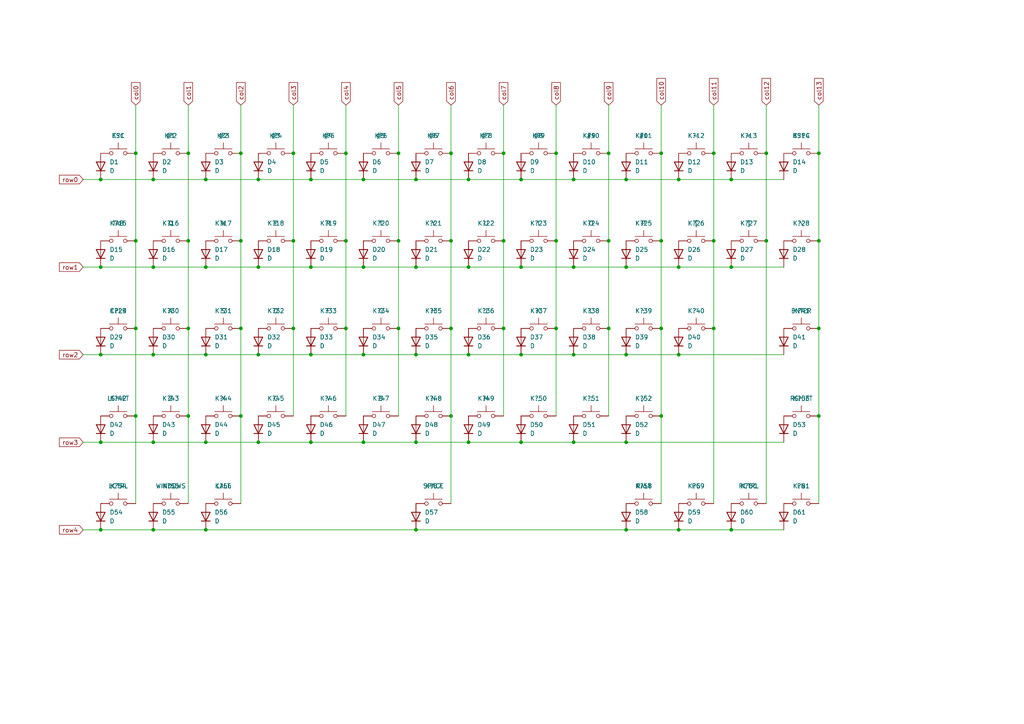
<source format=kicad_sch>
(kicad_sch (version 20231120) (generator "eeschema") (generator_version "8.0")
  (paper "A4")
  (lib_symbols
    (symbol "Device:D" (pin_numbers hide) (pin_names (offset 1.016) hide)
      (property "Reference" "D" (at 0 2.54 0))
      (property "Value" "D" (at 0 -2.54 0))
      (symbol "D_1_1"
        (pin passive line (at -3.81 0 0) (length 2.54) (name "K") (number "1"))
        (pin passive line (at 3.81 0 180) (length 2.54) (name "A") (number "2"))
      )
    )
    (symbol "Switch:SW_Push" (pin_numbers hide) (pin_names (offset 1.016) hide)
      (property "Reference" "SW" (at 1.27 2.54 0))
      (property "Value" "SW_Push" (at 0 -1.524 0))
      (symbol "SW_Push_0_1"
        (pin passive line (at -5.08 0 0) (length 2.54) (name "1") (number "1"))
        (pin passive line (at 5.08 0 180) (length 2.54) (name "2") (number "2"))
      )
    )
  )
  (junction (at 69.85 44.45))
  (junction (at 39.37 44.45))
  (junction (at 85.09 69.85))
  (junction (at 237.49 95.25))
  (junction (at 166.37 77.47))
  (junction (at 191.77 44.45))
  (junction (at 69.85 95.25))
  (junction (at 130.81 95.25))
  (junction (at 191.77 120.65))
  (junction (at 135.89 52.07))
  (junction (at 212.09 153.67))
  (junction (at 130.81 69.85))
  (junction (at 69.85 120.65))
  (junction (at 85.09 95.25))
  (junction (at 59.69 102.87))
  (junction (at 54.61 95.25))
  (junction (at 151.13 102.87))
  (junction (at 222.25 69.85))
  (junction (at 44.45 102.87))
  (junction (at 161.29 95.25))
  (junction (at 105.41 52.07))
  (junction (at 135.89 102.87))
  (junction (at 181.61 128.27))
  (junction (at 74.93 102.87))
  (junction (at 161.29 44.45))
  (junction (at 166.37 52.07))
  (junction (at 100.33 95.25))
  (junction (at 74.93 128.27))
  (junction (at 44.45 52.07))
  (junction (at 196.85 153.67))
  (junction (at 90.17 77.47))
  (junction (at 29.21 153.67))
  (junction (at 146.05 69.85))
  (junction (at 120.65 128.27))
  (junction (at 207.01 95.25))
  (junction (at 29.21 52.07))
  (junction (at 115.57 95.25))
  (junction (at 222.25 44.45))
  (junction (at 135.89 128.27))
  (junction (at 151.13 128.27))
  (junction (at 29.21 77.47))
  (junction (at 44.45 77.47))
  (junction (at 54.61 44.45))
  (junction (at 181.61 77.47))
  (junction (at 237.49 120.65))
  (junction (at 59.69 128.27))
  (junction (at 90.17 128.27))
  (junction (at 74.93 77.47))
  (junction (at 135.89 77.47))
  (junction (at 181.61 153.67))
  (junction (at 74.93 52.07))
  (junction (at 105.41 128.27))
  (junction (at 196.85 52.07))
  (junction (at 100.33 44.45))
  (junction (at 161.29 69.85))
  (junction (at 115.57 44.45))
  (junction (at 54.61 69.85))
  (junction (at 39.37 69.85))
  (junction (at 120.65 77.47))
  (junction (at 146.05 44.45))
  (junction (at 191.77 95.25))
  (junction (at 54.61 120.65))
  (junction (at 196.85 77.47))
  (junction (at 59.69 77.47))
  (junction (at 176.53 44.45))
  (junction (at 151.13 77.47))
  (junction (at 59.69 52.07))
  (junction (at 59.69 153.67))
  (junction (at 85.09 44.45))
  (junction (at 29.21 128.27))
  (junction (at 151.13 52.07))
  (junction (at 39.37 120.65))
  (junction (at 207.01 44.45))
  (junction (at 100.33 69.85))
  (junction (at 191.77 69.85))
  (junction (at 166.37 128.27))
  (junction (at 105.41 102.87))
  (junction (at 120.65 52.07))
  (junction (at 146.05 95.25))
  (junction (at 237.49 44.45))
  (junction (at 69.85 69.85))
  (junction (at 181.61 52.07))
  (junction (at 120.65 102.87))
  (junction (at 44.45 128.27))
  (junction (at 39.37 95.25))
  (junction (at 29.21 102.87))
  (junction (at 130.81 44.45))
  (junction (at 196.85 102.87))
  (junction (at 237.49 69.85))
  (junction (at 176.53 69.85))
  (junction (at 105.41 77.47))
  (junction (at 130.81 120.65))
  (junction (at 44.45 153.67))
  (junction (at 166.37 102.87))
  (junction (at 181.61 102.87))
  (junction (at 90.17 52.07))
  (junction (at 212.09 77.47))
  (junction (at 212.09 52.07))
  (junction (at 176.53 95.25))
  (junction (at 115.57 69.85))
  (junction (at 207.01 69.85))
  (junction (at 120.65 153.67))
  (junction (at 90.17 102.87))
  (wire (pts (xy 181.61 153.67) (xy 196.85 153.67)))
  (wire (pts (xy 237.49 69.85) (xy 237.49 95.25)))
  (wire (pts (xy 237.49 120.65) (xy 237.49 146.05)))
  (wire (pts (xy 237.49 30.48) (xy 237.49 44.45)))
  (wire (pts (xy 212.09 153.67) (xy 227.33 153.67)))
  (wire (pts (xy 69.85 95.25) (xy 69.85 120.65)))
  (wire (pts (xy 100.33 30.48) (xy 100.33 44.45)))
  (wire (pts (xy 191.77 120.65) (xy 191.77 146.05)))
  (wire (pts (xy 176.53 69.85) (xy 176.53 95.25)))
  (wire (pts (xy 222.25 30.48) (xy 222.25 44.45)))
  (wire (pts (xy 130.81 30.48) (xy 130.81 44.45)))
  (wire (pts (xy 39.37 44.45) (xy 39.37 69.85)))
  (wire (pts (xy 44.45 128.27) (xy 59.69 128.27)))
  (wire (pts (xy 100.33 95.25) (xy 100.33 120.65)))
  (wire (pts (xy 90.17 102.87) (xy 105.41 102.87)))
  (wire (pts (xy 74.93 77.47) (xy 90.17 77.47)))
  (wire (pts (xy 130.81 44.45) (xy 130.81 69.85)))
  (wire (pts (xy 29.21 102.87) (xy 44.45 102.87)))
  (wire (pts (xy 85.09 95.25) (xy 85.09 120.65)))
  (wire (pts (xy 207.01 95.25) (xy 207.01 146.05)))
  (wire (pts (xy 130.81 120.65) (xy 130.81 146.05)))
  (wire (pts (xy 29.21 77.47) (xy 44.45 77.47)))
  (wire (pts (xy 39.37 30.48) (xy 39.37 44.45)))
  (wire (pts (xy 130.81 69.85) (xy 130.81 95.25)))
  (wire (pts (xy 74.93 102.87) (xy 90.17 102.87)))
  (wire (pts (xy 191.77 44.45) (xy 191.77 69.85)))
  (wire (pts (xy 69.85 30.48) (xy 69.85 44.45)))
  (wire (pts (xy 135.89 128.27) (xy 151.13 128.27)))
  (wire (pts (xy 161.29 30.48) (xy 161.29 44.45)))
  (wire (pts (xy 44.45 102.87) (xy 59.69 102.87)))
  (wire (pts (xy 85.09 44.45) (xy 85.09 69.85)))
  (wire (pts (xy 176.53 44.45) (xy 176.53 69.85)))
  (wire (pts (xy 90.17 52.07) (xy 105.41 52.07)))
  (wire (pts (xy 207.01 44.45) (xy 207.01 69.85)))
  (wire (pts (xy 59.69 52.07) (xy 74.93 52.07)))
  (wire (pts (xy 146.05 95.25) (xy 146.05 120.65)))
  (wire (pts (xy 120.65 153.67) (xy 181.61 153.67)))
  (wire (pts (xy 146.05 69.85) (xy 146.05 95.25)))
  (wire (pts (xy 166.37 128.27) (xy 181.61 128.27)))
  (wire (pts (xy 181.61 128.27) (xy 227.33 128.27)))
  (wire (pts (xy 105.41 77.47) (xy 120.65 77.47)))
  (wire (pts (xy 24.13 77.47) (xy 29.21 77.47)))
  (wire (pts (xy 146.05 44.45) (xy 146.05 69.85)))
  (wire (pts (xy 100.33 69.85) (xy 100.33 95.25)))
  (wire (pts (xy 181.61 52.07) (xy 196.85 52.07)))
  (wire (pts (xy 105.41 52.07) (xy 120.65 52.07)))
  (wire (pts (xy 59.69 153.67) (xy 120.65 153.67)))
  (wire (pts (xy 44.45 153.67) (xy 59.69 153.67)))
  (wire (pts (xy 120.65 102.87) (xy 135.89 102.87)))
  (wire (pts (xy 24.13 102.87) (xy 29.21 102.87)))
  (wire (pts (xy 196.85 77.47) (xy 212.09 77.47)))
  (wire (pts (xy 196.85 153.67) (xy 212.09 153.67)))
  (wire (pts (xy 196.85 52.07) (xy 212.09 52.07)))
  (wire (pts (xy 196.85 102.87) (xy 227.33 102.87)))
  (wire (pts (xy 74.93 128.27) (xy 90.17 128.27)))
  (wire (pts (xy 69.85 120.65) (xy 69.85 146.05)))
  (wire (pts (xy 115.57 44.45) (xy 115.57 69.85)))
  (wire (pts (xy 74.93 52.07) (xy 90.17 52.07)))
  (wire (pts (xy 135.89 52.07) (xy 151.13 52.07)))
  (wire (pts (xy 166.37 52.07) (xy 181.61 52.07)))
  (wire (pts (xy 166.37 77.47) (xy 181.61 77.47)))
  (wire (pts (xy 59.69 77.47) (xy 74.93 77.47)))
  (wire (pts (xy 181.61 102.87) (xy 196.85 102.87)))
  (wire (pts (xy 105.41 102.87) (xy 120.65 102.87)))
  (wire (pts (xy 212.09 52.07) (xy 227.33 52.07)))
  (wire (pts (xy 54.61 120.65) (xy 54.61 146.05)))
  (wire (pts (xy 151.13 102.87) (xy 166.37 102.87)))
  (wire (pts (xy 135.89 77.47) (xy 151.13 77.47)))
  (wire (pts (xy 39.37 120.65) (xy 39.37 146.05)))
  (wire (pts (xy 29.21 128.27) (xy 44.45 128.27)))
  (wire (pts (xy 237.49 95.25) (xy 237.49 120.65)))
  (wire (pts (xy 181.61 77.47) (xy 196.85 77.47)))
  (wire (pts (xy 161.29 44.45) (xy 161.29 69.85)))
  (wire (pts (xy 90.17 128.27) (xy 105.41 128.27)))
  (wire (pts (xy 151.13 52.07) (xy 166.37 52.07)))
  (wire (pts (xy 54.61 30.48) (xy 54.61 44.45)))
  (wire (pts (xy 90.17 77.47) (xy 105.41 77.47)))
  (wire (pts (xy 24.13 128.27) (xy 29.21 128.27)))
  (wire (pts (xy 29.21 153.67) (xy 44.45 153.67)))
  (wire (pts (xy 24.13 52.07) (xy 29.21 52.07)))
  (wire (pts (xy 54.61 95.25) (xy 54.61 120.65)))
  (wire (pts (xy 59.69 128.27) (xy 74.93 128.27)))
  (wire (pts (xy 151.13 128.27) (xy 166.37 128.27)))
  (wire (pts (xy 120.65 128.27) (xy 135.89 128.27)))
  (wire (pts (xy 191.77 95.25) (xy 191.77 120.65)))
  (wire (pts (xy 105.41 128.27) (xy 120.65 128.27)))
  (wire (pts (xy 54.61 44.45) (xy 54.61 69.85)))
  (wire (pts (xy 69.85 44.45) (xy 69.85 69.85)))
  (wire (pts (xy 191.77 30.48) (xy 191.77 44.45)))
  (wire (pts (xy 44.45 77.47) (xy 59.69 77.47)))
  (wire (pts (xy 166.37 102.87) (xy 181.61 102.87)))
  (wire (pts (xy 85.09 69.85) (xy 85.09 95.25)))
  (wire (pts (xy 191.77 69.85) (xy 191.77 95.25)))
  (wire (pts (xy 146.05 30.48) (xy 146.05 44.45)))
  (wire (pts (xy 222.25 44.45) (xy 222.25 69.85)))
  (wire (pts (xy 207.01 30.48) (xy 207.01 44.45)))
  (wire (pts (xy 222.25 69.85) (xy 222.25 146.05)))
  (wire (pts (xy 100.33 44.45) (xy 100.33 69.85)))
  (wire (pts (xy 207.01 69.85) (xy 207.01 95.25)))
  (wire (pts (xy 212.09 77.47) (xy 227.33 77.47)))
  (wire (pts (xy 24.13 153.67) (xy 29.21 153.67)))
  (wire (pts (xy 161.29 69.85) (xy 161.29 95.25)))
  (wire (pts (xy 29.21 52.07) (xy 44.45 52.07)))
  (wire (pts (xy 237.49 44.45) (xy 237.49 69.85)))
  (wire (pts (xy 69.85 69.85) (xy 69.85 95.25)))
  (wire (pts (xy 120.65 77.47) (xy 135.89 77.47)))
  (wire (pts (xy 130.81 95.25) (xy 130.81 120.65)))
  (wire (pts (xy 39.37 69.85) (xy 39.37 95.25)))
  (wire (pts (xy 115.57 30.48) (xy 115.57 44.45)))
  (wire (pts (xy 85.09 30.48) (xy 85.09 44.45)))
  (wire (pts (xy 44.45 52.07) (xy 59.69 52.07)))
  (wire (pts (xy 54.61 69.85) (xy 54.61 95.25)))
  (wire (pts (xy 176.53 95.25) (xy 176.53 120.65)))
  (wire (pts (xy 115.57 69.85) (xy 115.57 95.25)))
  (wire (pts (xy 59.69 102.87) (xy 74.93 102.87)))
  (wire (pts (xy 115.57 95.25) (xy 115.57 120.65)))
  (wire (pts (xy 39.37 95.25) (xy 39.37 120.65)))
  (wire (pts (xy 151.13 77.47) (xy 166.37 77.47)))
  (wire (pts (xy 120.65 52.07) (xy 135.89 52.07)))
  (wire (pts (xy 161.29 95.25) (xy 161.29 120.65)))
  (wire (pts (xy 176.53 30.48) (xy 176.53 44.45)))
  (wire (pts (xy 135.89 102.87) (xy 151.13 102.87)))
  (global_label "row3" (shape input) (at 24.13 128.27 180) (property "Intersheetrefs" "${INTERSHEET_REFS}" (effects (hide yes))))
  (global_label "col12" (shape input) (at 222.25 30.48 90) (property "Intersheetrefs" "${INTERSHEET_REFS}" (effects (hide yes))))
  (global_label "row4" (shape input) (at 24.13 153.67 180) (property "Intersheetrefs" "${INTERSHEET_REFS}" (effects (hide yes))))
  (global_label "row1" (shape input) (at 24.13 77.47 180) (property "Intersheetrefs" "${INTERSHEET_REFS}" (effects (hide yes))))
  (global_label "col3" (shape input) (at 85.09 30.48 90) (property "Intersheetrefs" "${INTERSHEET_REFS}" (effects (hide yes))))
  (global_label "col0" (shape input) (at 39.37 30.48 90) (property "Intersheetrefs" "${INTERSHEET_REFS}" (effects (hide yes))))
  (global_label "col9" (shape input) (at 176.53 30.48 90) (property "Intersheetrefs" "${INTERSHEET_REFS}" (effects (hide yes))))
  (global_label "col7" (shape input) (at 146.05 30.48 90) (property "Intersheetrefs" "${INTERSHEET_REFS}" (effects (hide yes))))
  (global_label "col2" (shape input) (at 69.85 30.48 90) (property "Intersheetrefs" "${INTERSHEET_REFS}" (effects (hide yes))))
  (global_label "col6" (shape input) (at 130.81 30.48 90) (property "Intersheetrefs" "${INTERSHEET_REFS}" (effects (hide yes))))
  (global_label "col8" (shape input) (at 161.29 30.48 90) (property "Intersheetrefs" "${INTERSHEET_REFS}" (effects (hide yes))))
  (global_label "col4" (shape input) (at 100.33 30.48 90) (property "Intersheetrefs" "${INTERSHEET_REFS}" (effects (hide yes))))
  (global_label "col5" (shape input) (at 115.57 30.48 90) (property "Intersheetrefs" "${INTERSHEET_REFS}" (effects (hide yes))))
  (global_label "col10" (shape input) (at 191.77 30.48 90) (property "Intersheetrefs" "${INTERSHEET_REFS}" (effects (hide yes))))
  (global_label "col1" (shape input) (at 54.61 30.48 90) (property "Intersheetrefs" "${INTERSHEET_REFS}" (effects (hide yes))))
  (global_label "col13" (shape input) (at 237.49 30.48 90) (property "Intersheetrefs" "${INTERSHEET_REFS}" (effects (hide yes))))
  (global_label "col11" (shape input) (at 207.01 30.48 90) (property "Intersheetrefs" "${INTERSHEET_REFS}" (effects (hide yes))))
  (global_label "row0" (shape input) (at 24.13 52.07 180) (property "Intersheetrefs" "${INTERSHEET_REFS}" (effects (hide yes))))
  (global_label "row2" (shape input) (at 24.13 102.87 180) (property "Intersheetrefs" "${INTERSHEET_REFS}" (effects (hide yes))))
  (symbol (lib_id "Switch:SW_Push") (at 171.45 44.45 0) (unit 1)
    (property "Reference" "K?10" (at 171.45 39.37 0))
    (property "Value" "#9" (at 171.45 39.37 0))
    (property "Footprint" "MX_Hotswap:MX-Hotswap-1U" (effects (hide yes)))
    (property "Description" "Push button switch, generic, two pins" (effects (hide yes)))
  )
  (symbol (lib_id "Device:D") (at 59.69 149.86 90) (unit 1)
    (property "Reference" "D56" (at 62.23 148.5899 90) (effects (justify right)))
    (property "Value" "D" (at 62.23 151.1299 90) (effects (justify right)))
    (property "Footprint" "Diode_SMD:D_SOD-123" (effects (hide yes)))
    (property "Description" "Diode" (effects (hide yes)))
    (property "Sim.Device" "D" (effects (hide yes)))
    (property "Sim.Pins" "1=K 2=A" (effects (hide yes)))
  )
  (symbol (lib_id "Switch:SW_Push") (at 171.45 69.85 0) (unit 1)
    (property "Reference" "K?24" (at 171.45 64.77 0))
    (property "Value" "O" (at 171.45 64.77 0))
    (property "Footprint" "MX_Hotswap:MX-Hotswap-1U" (effects (hide yes)))
    (property "Description" "Push button switch, generic, two pins" (effects (hide yes)))
  )
  (symbol (lib_id "Switch:SW_Push") (at 201.93 146.05 0) (unit 1)
    (property "Reference" "K?59" (at 201.93 140.97 0))
    (property "Value" "PG" (at 201.93 140.97 0))
    (property "Footprint" "MX_Hotswap:MX-Hotswap-1.25U" (effects (hide yes)))
    (property "Description" "Push button switch, generic, two pins" (effects (hide yes)))
  )
  (symbol (lib_id "Switch:SW_Push") (at 80.01 69.85 0) (unit 1)
    (property "Reference" "K?18" (at 80.01 64.77 0))
    (property "Value" "E" (at 80.01 64.77 0))
    (property "Footprint" "MX_Hotswap:MX-Hotswap-1U" (effects (hide yes)))
    (property "Description" "Push button switch, generic, two pins" (effects (hide yes)))
  )
  (symbol (lib_id "Device:D") (at 29.21 73.66 90) (unit 1)
    (property "Reference" "D15" (at 31.75 72.3899 90) (effects (justify right)))
    (property "Value" "D" (at 31.75 74.9299 90) (effects (justify right)))
    (property "Footprint" "Diode_SMD:D_SOD-123" (effects (hide yes)))
    (property "Description" "Diode" (effects (hide yes)))
    (property "Sim.Device" "D" (effects (hide yes)))
    (property "Sim.Pins" "1=K 2=A" (effects (hide yes)))
  )
  (symbol (lib_id "Device:D") (at 227.33 124.46 90) (unit 1)
    (property "Reference" "D53" (at 229.87 123.1899 90) (effects (justify right)))
    (property "Value" "D" (at 229.87 125.7299 90) (effects (justify right)))
    (property "Footprint" "Diode_SMD:D_SOD-123" (effects (hide yes)))
    (property "Description" "Diode" (effects (hide yes)))
    (property "Sim.Device" "D" (effects (hide yes)))
    (property "Sim.Pins" "1=K 2=A" (effects (hide yes)))
  )
  (symbol (lib_id "Device:D") (at 90.17 124.46 90) (unit 1)
    (property "Reference" "D46" (at 92.71 123.1899 90) (effects (justify right)))
    (property "Value" "D" (at 92.71 125.7299 90) (effects (justify right)))
    (property "Footprint" "Diode_SMD:D_SOD-123" (effects (hide yes)))
    (property "Description" "Diode" (effects (hide yes)))
    (property "Sim.Device" "D" (effects (hide yes)))
    (property "Sim.Pins" "1=K 2=A" (effects (hide yes)))
  )
  (symbol (lib_id "Switch:SW_Push") (at 186.69 120.65 0) (unit 1)
    (property "Reference" "K?52" (at 186.69 115.57 0))
    (property "Value" "/" (at 186.69 115.57 0))
    (property "Footprint" "MX_Hotswap:MX-Hotswap-1U" (effects (hide yes)))
    (property "Description" "Push button switch, generic, two pins" (effects (hide yes)))
  )
  (symbol (lib_id "Device:D") (at 29.21 48.26 90) (unit 1)
    (property "Reference" "D1" (at 31.75 46.9899 90) (effects (justify right)))
    (property "Value" "D" (at 31.75 49.5299 90) (effects (justify right)))
    (property "Footprint" "Diode_SMD:D_SOD-123" (effects (hide yes)))
    (property "Description" "Diode" (effects (hide yes)))
    (property "Sim.Device" "D" (effects (hide yes)))
    (property "Sim.Pins" "1=K 2=A" (effects (hide yes)))
  )
  (symbol (lib_id "Device:D") (at 135.89 73.66 90) (unit 1)
    (property "Reference" "D22" (at 138.43 72.3899 90) (effects (justify right)))
    (property "Value" "D" (at 138.43 74.9299 90) (effects (justify right)))
    (property "Footprint" "Diode_SMD:D_SOD-123" (effects (hide yes)))
    (property "Description" "Diode" (effects (hide yes)))
    (property "Sim.Device" "D" (effects (hide yes)))
    (property "Sim.Pins" "1=K 2=A" (effects (hide yes)))
  )
  (symbol (lib_id "Device:D") (at 166.37 124.46 90) (unit 1)
    (property "Reference" "D51" (at 168.91 123.1899 90) (effects (justify right)))
    (property "Value" "D" (at 168.91 125.7299 90) (effects (justify right)))
    (property "Footprint" "Diode_SMD:D_SOD-123" (effects (hide yes)))
    (property "Description" "Diode" (effects (hide yes)))
    (property "Sim.Device" "D" (effects (hide yes)))
    (property "Sim.Pins" "1=K 2=A" (effects (hide yes)))
  )
  (symbol (lib_id "Device:D") (at 29.21 149.86 90) (unit 1)
    (property "Reference" "D54" (at 31.75 148.5899 90) (effects (justify right)))
    (property "Value" "D" (at 31.75 151.1299 90) (effects (justify right)))
    (property "Footprint" "Diode_SMD:D_SOD-123" (effects (hide yes)))
    (property "Description" "Diode" (effects (hide yes)))
    (property "Sim.Device" "D" (effects (hide yes)))
    (property "Sim.Pins" "1=K 2=A" (effects (hide yes)))
  )
  (symbol (lib_id "Switch:SW_Push") (at 140.97 44.45 0) (unit 1)
    (property "Reference" "K?8" (at 140.97 39.37 0))
    (property "Value" "#7" (at 140.97 39.37 0))
    (property "Footprint" "MX_Hotswap:MX-Hotswap-1U" (effects (hide yes)))
    (property "Description" "Push button switch, generic, two pins" (effects (hide yes)))
  )
  (symbol (lib_id "Switch:SW_Push") (at 64.77 120.65 0) (unit 1)
    (property "Reference" "K?44" (at 64.77 115.57 0))
    (property "Value" "X" (at 64.77 115.57 0))
    (property "Footprint" "MX_Hotswap:MX-Hotswap-1U" (effects (hide yes)))
    (property "Description" "Push button switch, generic, two pins" (effects (hide yes)))
  )
  (symbol (lib_id "Device:D") (at 59.69 124.46 90) (unit 1)
    (property "Reference" "D44" (at 62.23 123.1899 90) (effects (justify right)))
    (property "Value" "D" (at 62.23 125.7299 90) (effects (justify right)))
    (property "Footprint" "Diode_SMD:D_SOD-123" (effects (hide yes)))
    (property "Description" "Diode" (effects (hide yes)))
    (property "Sim.Device" "D" (effects (hide yes)))
    (property "Sim.Pins" "1=K 2=A" (effects (hide yes)))
  )
  (symbol (lib_id "Switch:SW_Push") (at 186.69 146.05 0) (unit 1)
    (property "Reference" "K?58" (at 186.69 140.97 0))
    (property "Value" "RALT" (at 186.69 140.97 0))
    (property "Footprint" "MX_Hotswap:MX-Hotswap-1.25U" (effects (hide yes)))
    (property "Description" "Push button switch, generic, two pins" (effects (hide yes)))
  )
  (symbol (lib_id "Switch:SW_Push") (at 95.25 120.65 0) (unit 1)
    (property "Reference" "K?46" (at 95.25 115.57 0))
    (property "Value" "V" (at 95.25 115.57 0))
    (property "Footprint" "MX_Hotswap:MX-Hotswap-1U" (effects (hide yes)))
    (property "Description" "Push button switch, generic, two pins" (effects (hide yes)))
  )
  (symbol (lib_id "Device:D") (at 227.33 99.06 90) (unit 1)
    (property "Reference" "D41" (at 229.87 97.7899 90) (effects (justify right)))
    (property "Value" "D" (at 229.87 100.3299 90) (effects (justify right)))
    (property "Footprint" "Diode_SMD:D_SOD-123" (effects (hide yes)))
    (property "Description" "Diode" (effects (hide yes)))
    (property "Sim.Device" "D" (effects (hide yes)))
    (property "Sim.Pins" "1=K 2=A" (effects (hide yes)))
  )
  (symbol (lib_id "Switch:SW_Push") (at 64.77 69.85 0) (unit 1)
    (property "Reference" "K?17" (at 64.77 64.77 0))
    (property "Value" "W" (at 64.77 64.77 0))
    (property "Footprint" "MX_Hotswap:MX-Hotswap-1U" (effects (hide yes)))
    (property "Description" "Push button switch, generic, two pins" (effects (hide yes)))
  )
  (symbol (lib_id "Device:D") (at 181.61 73.66 90) (unit 1)
    (property "Reference" "D25" (at 184.15 72.3899 90) (effects (justify right)))
    (property "Value" "D" (at 184.15 74.9299 90) (effects (justify right)))
    (property "Footprint" "Diode_SMD:D_SOD-123" (effects (hide yes)))
    (property "Description" "Diode" (effects (hide yes)))
    (property "Sim.Device" "D" (effects (hide yes)))
    (property "Sim.Pins" "1=K 2=A" (effects (hide yes)))
  )
  (symbol (lib_id "Device:D") (at 74.93 48.26 90) (unit 1)
    (property "Reference" "D4" (at 77.47 46.9899 90) (effects (justify right)))
    (property "Value" "D" (at 77.47 49.5299 90) (effects (justify right)))
    (property "Footprint" "Diode_SMD:D_SOD-123" (effects (hide yes)))
    (property "Description" "Diode" (effects (hide yes)))
    (property "Sim.Device" "D" (effects (hide yes)))
    (property "Sim.Pins" "1=K 2=A" (effects (hide yes)))
  )
  (symbol (lib_id "Switch:SW_Push") (at 95.25 95.25 0) (unit 1)
    (property "Reference" "K?33" (at 95.25 90.17 0))
    (property "Value" "F" (at 95.25 90.17 0))
    (property "Footprint" "MX_Hotswap:MX-Hotswap-1U" (effects (hide yes)))
    (property "Description" "Push button switch, generic, two pins" (effects (hide yes)))
  )
  (symbol (lib_id "Switch:SW_Push") (at 125.73 146.05 0) (unit 1)
    (property "Reference" "K?57" (at 125.73 140.97 0))
    (property "Value" "SPACE" (at 125.73 140.97 0))
    (property "Footprint" "MX_Hotswap:MX-Hotswap-6.25U-ReversedStabilizers" (effects (hide yes)))
    (property "Description" "Push button switch, generic, two pins" (effects (hide yes)))
  )
  (symbol (lib_id "Switch:SW_Push") (at 232.41 120.65 0) (unit 1)
    (property "Reference" "K?53" (at 232.41 115.57 0))
    (property "Value" "RSHIFT" (at 232.41 115.57 0))
    (property "Footprint" "MX_Hotswap:MX-Hotswap-2.75U" (effects (hide yes)))
    (property "Description" "Push button switch, generic, two pins" (effects (hide yes)))
  )
  (symbol (lib_id "Device:D") (at 29.21 99.06 90) (unit 1)
    (property "Reference" "D29" (at 31.75 97.7899 90) (effects (justify right)))
    (property "Value" "D" (at 31.75 100.3299 90) (effects (justify right)))
    (property "Footprint" "Diode_SMD:D_SOD-123" (effects (hide yes)))
    (property "Description" "Diode" (effects (hide yes)))
    (property "Sim.Device" "D" (effects (hide yes)))
    (property "Sim.Pins" "1=K 2=A" (effects (hide yes)))
  )
  (symbol (lib_id "Device:D") (at 120.65 48.26 90) (unit 1)
    (property "Reference" "D7" (at 123.19 46.9899 90) (effects (justify right)))
    (property "Value" "D" (at 123.19 49.5299 90) (effects (justify right)))
    (property "Footprint" "Diode_SMD:D_SOD-123" (effects (hide yes)))
    (property "Description" "Diode" (effects (hide yes)))
    (property "Sim.Device" "D" (effects (hide yes)))
    (property "Sim.Pins" "1=K 2=A" (effects (hide yes)))
  )
  (symbol (lib_id "Device:D") (at 227.33 73.66 90) (unit 1)
    (property "Reference" "D28" (at 229.87 72.3899 90) (effects (justify right)))
    (property "Value" "D" (at 229.87 74.9299 90) (effects (justify right)))
    (property "Footprint" "Diode_SMD:D_SOD-123" (effects (hide yes)))
    (property "Description" "Diode" (effects (hide yes)))
    (property "Sim.Device" "D" (effects (hide yes)))
    (property "Sim.Pins" "1=K 2=A" (effects (hide yes)))
  )
  (symbol (lib_id "Device:D") (at 151.13 99.06 90) (unit 1)
    (property "Reference" "D37" (at 153.67 97.7899 90) (effects (justify right)))
    (property "Value" "D" (at 153.67 100.3299 90) (effects (justify right)))
    (property "Footprint" "Diode_SMD:D_SOD-123" (effects (hide yes)))
    (property "Description" "Diode" (effects (hide yes)))
    (property "Sim.Device" "D" (effects (hide yes)))
    (property "Sim.Pins" "1=K 2=A" (effects (hide yes)))
  )
  (symbol (lib_id "Switch:SW_Push") (at 125.73 44.45 0) (unit 1)
    (property "Reference" "K?7" (at 125.73 39.37 0))
    (property "Value" "#6" (at 125.73 39.37 0))
    (property "Footprint" "MX_Hotswap:MX-Hotswap-1U" (effects (hide yes)))
    (property "Description" "Push button switch, generic, two pins" (effects (hide yes)))
  )
  (symbol (lib_id "Switch:SW_Push") (at 49.53 120.65 0) (unit 1)
    (property "Reference" "K?43" (at 49.53 115.57 0))
    (property "Value" "Z" (at 49.53 115.57 0))
    (property "Footprint" "MX_Hotswap:MX-Hotswap-1U" (effects (hide yes)))
    (property "Description" "Push button switch, generic, two pins" (effects (hide yes)))
  )
  (symbol (lib_id "Device:D") (at 166.37 48.26 90) (unit 1)
    (property "Reference" "D10" (at 168.91 46.9899 90) (effects (justify right)))
    (property "Value" "D" (at 168.91 49.5299 90) (effects (justify right)))
    (property "Footprint" "Diode_SMD:D_SOD-123" (effects (hide yes)))
    (property "Description" "Diode" (effects (hide yes)))
    (property "Sim.Device" "D" (effects (hide yes)))
    (property "Sim.Pins" "1=K 2=A" (effects (hide yes)))
  )
  (symbol (lib_id "Switch:SW_Push") (at 217.17 69.85 0) (unit 1)
    (property "Reference" "K?27" (at 217.17 64.77 0))
    (property "Value" "]" (at 217.17 64.77 0))
    (property "Footprint" "MX_Hotswap:MX-Hotswap-1U" (effects (hide yes)))
    (property "Description" "Push button switch, generic, two pins" (effects (hide yes)))
  )
  (symbol (lib_id "Device:D") (at 151.13 73.66 90) (unit 1)
    (property "Reference" "D23" (at 153.67 72.3899 90) (effects (justify right)))
    (property "Value" "D" (at 153.67 74.9299 90) (effects (justify right)))
    (property "Footprint" "Diode_SMD:D_SOD-123" (effects (hide yes)))
    (property "Description" "Diode" (effects (hide yes)))
    (property "Sim.Device" "D" (effects (hide yes)))
    (property "Sim.Pins" "1=K 2=A" (effects (hide yes)))
  )
  (symbol (lib_id "Device:D") (at 166.37 99.06 90) (unit 1)
    (property "Reference" "D38" (at 168.91 97.7899 90) (effects (justify right)))
    (property "Value" "D" (at 168.91 100.3299 90) (effects (justify right)))
    (property "Footprint" "Diode_SMD:D_SOD-123" (effects (hide yes)))
    (property "Description" "Diode" (effects (hide yes)))
    (property "Sim.Device" "D" (effects (hide yes)))
    (property "Sim.Pins" "1=K 2=A" (effects (hide yes)))
  )
  (symbol (lib_id "Switch:SW_Push") (at 49.53 146.05 0) (unit 1)
    (property "Reference" "K?55" (at 49.53 140.97 0))
    (property "Value" "WINDOWS" (at 49.53 140.97 0))
    (property "Footprint" "MX_Hotswap:MX-Hotswap-1.25U" (effects (hide yes)))
    (property "Description" "Push button switch, generic, two pins" (effects (hide yes)))
  )
  (symbol (lib_id "Switch:SW_Push") (at 125.73 120.65 0) (unit 1)
    (property "Reference" "K?48" (at 125.73 115.57 0))
    (property "Value" "N" (at 125.73 115.57 0))
    (property "Footprint" "MX_Hotswap:MX-Hotswap-1U" (effects (hide yes)))
    (property "Description" "Push button switch, generic, two pins" (effects (hide yes)))
  )
  (symbol (lib_id "Device:D") (at 120.65 99.06 90) (unit 1)
    (property "Reference" "D35" (at 123.19 97.7899 90) (effects (justify right)))
    (property "Value" "D" (at 123.19 100.3299 90) (effects (justify right)))
    (property "Footprint" "Diode_SMD:D_SOD-123" (effects (hide yes)))
    (property "Description" "Diode" (effects (hide yes)))
    (property "Sim.Device" "D" (effects (hide yes)))
    (property "Sim.Pins" "1=K 2=A" (effects (hide yes)))
  )
  (symbol (lib_id "Device:D") (at 44.45 73.66 90) (unit 1)
    (property "Reference" "D16" (at 46.99 72.3899 90) (effects (justify right)))
    (property "Value" "D" (at 46.99 74.9299 90) (effects (justify right)))
    (property "Footprint" "Diode_SMD:D_SOD-123" (effects (hide yes)))
    (property "Description" "Diode" (effects (hide yes)))
    (property "Sim.Device" "D" (effects (hide yes)))
    (property "Sim.Pins" "1=K 2=A" (effects (hide yes)))
  )
  (symbol (lib_id "Switch:SW_Push") (at 49.53 69.85 0) (unit 1)
    (property "Reference" "K?16" (at 49.53 64.77 0))
    (property "Value" "Q" (at 49.53 64.77 0))
    (property "Footprint" "MX_Hotswap:MX-Hotswap-1U" (effects (hide yes)))
    (property "Description" "Push button switch, generic, two pins" (effects (hide yes)))
  )
  (symbol (lib_id "Switch:SW_Push") (at 34.29 69.85 0) (unit 1)
    (property "Reference" "K?15" (at 34.29 64.77 0))
    (property "Value" "TAB" (at 34.29 64.77 0))
    (property "Footprint" "MX_Hotswap:MX-Hotswap-1.5U" (effects (hide yes)))
    (property "Description" "Push button switch, generic, two pins" (effects (hide yes)))
  )
  (symbol (lib_id "Device:D") (at 44.45 149.86 90) (unit 1)
    (property "Reference" "D55" (at 46.99 148.5899 90) (effects (justify right)))
    (property "Value" "D" (at 46.99 151.1299 90) (effects (justify right)))
    (property "Footprint" "Diode_SMD:D_SOD-123" (effects (hide yes)))
    (property "Description" "Diode" (effects (hide yes)))
    (property "Sim.Device" "D" (effects (hide yes)))
    (property "Sim.Pins" "1=K 2=A" (effects (hide yes)))
  )
  (symbol (lib_id "Switch:SW_Push") (at 171.45 95.25 0) (unit 1)
    (property "Reference" "K?38" (at 171.45 90.17 0))
    (property "Value" "L" (at 171.45 90.17 0))
    (property "Footprint" "MX_Hotswap:MX-Hotswap-1U" (effects (hide yes)))
    (property "Description" "Push button switch, generic, two pins" (effects (hide yes)))
  )
  (symbol (lib_id "Switch:SW_Push") (at 110.49 120.65 0) (unit 1)
    (property "Reference" "K?47" (at 110.49 115.57 0))
    (property "Value" "B" (at 110.49 115.57 0))
    (property "Footprint" "MX_Hotswap:MX-Hotswap-1U" (effects (hide yes)))
    (property "Description" "Push button switch, generic, two pins" (effects (hide yes)))
  )
  (symbol (lib_id "Device:D") (at 44.45 124.46 90) (unit 1)
    (property "Reference" "D43" (at 46.99 123.1899 90) (effects (justify right)))
    (property "Value" "D" (at 46.99 125.7299 90) (effects (justify right)))
    (property "Footprint" "Diode_SMD:D_SOD-123" (effects (hide yes)))
    (property "Description" "Diode" (effects (hide yes)))
    (property "Sim.Device" "D" (effects (hide yes)))
    (property "Sim.Pins" "1=K 2=A" (effects (hide yes)))
  )
  (symbol (lib_id "Switch:SW_Push") (at 186.69 44.45 0) (unit 1)
    (property "Reference" "K?11" (at 186.69 39.37 0))
    (property "Value" "#0" (at 186.69 39.37 0))
    (property "Footprint" "MX_Hotswap:MX-Hotswap-1U" (effects (hide yes)))
    (property "Description" "Push button switch, generic, two pins" (effects (hide yes)))
  )
  (symbol (lib_id "Device:D") (at 74.93 124.46 90) (unit 1)
    (property "Reference" "D45" (at 77.47 123.1899 90) (effects (justify right)))
    (property "Value" "D" (at 77.47 125.7299 90) (effects (justify right)))
    (property "Footprint" "Diode_SMD:D_SOD-123" (effects (hide yes)))
    (property "Description" "Diode" (effects (hide yes)))
    (property "Sim.Device" "D" (effects (hide yes)))
    (property "Sim.Pins" "1=K 2=A" (effects (hide yes)))
  )
  (symbol (lib_id "Device:D") (at 44.45 48.26 90) (unit 1)
    (property "Reference" "D2" (at 46.99 46.9899 90) (effects (justify right)))
    (property "Value" "D" (at 46.99 49.5299 90) (effects (justify right)))
    (property "Footprint" "Diode_SMD:D_SOD-123" (effects (hide yes)))
    (property "Description" "Diode" (effects (hide yes)))
    (property "Sim.Device" "D" (effects (hide yes)))
    (property "Sim.Pins" "1=K 2=A" (effects (hide yes)))
  )
  (symbol (lib_id "Switch:SW_Push") (at 156.21 44.45 0) (unit 1)
    (property "Reference" "K?9" (at 156.21 39.37 0))
    (property "Value" "#8" (at 156.21 39.37 0))
    (property "Footprint" "MX_Hotswap:MX-Hotswap-1U" (effects (hide yes)))
    (property "Description" "Push button switch, generic, two pins" (effects (hide yes)))
  )
  (symbol (lib_id "Device:D") (at 212.09 73.66 90) (unit 1)
    (property "Reference" "D27" (at 214.63 72.3899 90) (effects (justify right)))
    (property "Value" "D" (at 214.63 74.9299 90) (effects (justify right)))
    (property "Footprint" "Diode_SMD:D_SOD-123" (effects (hide yes)))
    (property "Description" "Diode" (effects (hide yes)))
    (property "Sim.Device" "D" (effects (hide yes)))
    (property "Sim.Pins" "1=K 2=A" (effects (hide yes)))
  )
  (symbol (lib_id "Device:D") (at 151.13 124.46 90) (unit 1)
    (property "Reference" "D50" (at 153.67 123.1899 90) (effects (justify right)))
    (property "Value" "D" (at 153.67 125.7299 90) (effects (justify right)))
    (property "Footprint" "Diode_SMD:D_SOD-123" (effects (hide yes)))
    (property "Description" "Diode" (effects (hide yes)))
    (property "Sim.Device" "D" (effects (hide yes)))
    (property "Sim.Pins" "1=K 2=A" (effects (hide yes)))
  )
  (symbol (lib_id "Device:D") (at 120.65 149.86 90) (unit 1)
    (property "Reference" "D57" (at 123.19 148.5899 90) (effects (justify right)))
    (property "Value" "D" (at 123.19 151.1299 90) (effects (justify right)))
    (property "Footprint" "Diode_SMD:D_SOD-123" (effects (hide yes)))
    (property "Description" "Diode" (effects (hide yes)))
    (property "Sim.Device" "D" (effects (hide yes)))
    (property "Sim.Pins" "1=K 2=A" (effects (hide yes)))
  )
  (symbol (lib_id "Device:D") (at 59.69 48.26 90) (unit 1)
    (property "Reference" "D3" (at 62.23 46.9899 90) (effects (justify right)))
    (property "Value" "D" (at 62.23 49.5299 90) (effects (justify right)))
    (property "Footprint" "Diode_SMD:D_SOD-123" (effects (hide yes)))
    (property "Description" "Diode" (effects (hide yes)))
    (property "Sim.Device" "D" (effects (hide yes)))
    (property "Sim.Pins" "1=K 2=A" (effects (hide yes)))
  )
  (symbol (lib_id "Switch:SW_Push") (at 201.93 44.45 0) (unit 1)
    (property "Reference" "K?12" (at 201.93 39.37 0))
    (property "Value" "-" (at 201.93 39.37 0))
    (property "Footprint" "MX_Hotswap:MX-Hotswap-1U" (effects (hide yes)))
    (property "Description" "Push button switch, generic, two pins" (effects (hide yes)))
  )
  (symbol (lib_id "Switch:SW_Push") (at 34.29 146.05 0) (unit 1)
    (property "Reference" "K?54" (at 34.29 140.97 0))
    (property "Value" "LCTRL" (at 34.29 140.97 0))
    (property "Footprint" "MX_Hotswap:MX-Hotswap-1.25U" (effects (hide yes)))
    (property "Description" "Push button switch, generic, two pins" (effects (hide yes)))
  )
  (symbol (lib_id "Switch:SW_Push") (at 80.01 120.65 0) (unit 1)
    (property "Reference" "K?45" (at 80.01 115.57 0))
    (property "Value" "C" (at 80.01 115.57 0))
    (property "Footprint" "MX_Hotswap:MX-Hotswap-1U" (effects (hide yes)))
    (property "Description" "Push button switch, generic, two pins" (effects (hide yes)))
  )
  (symbol (lib_id "Device:D") (at 59.69 73.66 90) (unit 1)
    (property "Reference" "D17" (at 62.23 72.3899 90) (effects (justify right)))
    (property "Value" "D" (at 62.23 74.9299 90) (effects (justify right)))
    (property "Footprint" "Diode_SMD:D_SOD-123" (effects (hide yes)))
    (property "Description" "Diode" (effects (hide yes)))
    (property "Sim.Device" "D" (effects (hide yes)))
    (property "Sim.Pins" "1=K 2=A" (effects (hide yes)))
  )
  (symbol (lib_id "Device:D") (at 181.61 124.46 90) (unit 1)
    (property "Reference" "D52" (at 184.15 123.1899 90) (effects (justify right)))
    (property "Value" "D" (at 184.15 125.7299 90) (effects (justify right)))
    (property "Footprint" "Diode_SMD:D_SOD-123" (effects (hide yes)))
    (property "Description" "Diode" (effects (hide yes)))
    (property "Sim.Device" "D" (effects (hide yes)))
    (property "Sim.Pins" "1=K 2=A" (effects (hide yes)))
  )
  (symbol (lib_id "Switch:SW_Push") (at 140.97 69.85 0) (unit 1)
    (property "Reference" "K?22" (at 140.97 64.77 0))
    (property "Value" "U" (at 140.97 64.77 0))
    (property "Footprint" "MX_Hotswap:MX-Hotswap-1U" (effects (hide yes)))
    (property "Description" "Push button switch, generic, two pins" (effects (hide yes)))
  )
  (symbol (lib_id "Switch:SW_Push") (at 232.41 146.05 0) (unit 1)
    (property "Reference" "K?61" (at 232.41 140.97 0))
    (property "Value" "FN" (at 232.41 140.97 0))
    (property "Footprint" "MX_Hotswap:MX-Hotswap-1.25U" (effects (hide yes)))
    (property "Description" "Push button switch, generic, two pins" (effects (hide yes)))
  )
  (symbol (lib_id "Device:D") (at 212.09 48.26 90) (unit 1)
    (property "Reference" "D13" (at 214.63 46.9899 90) (effects (justify right)))
    (property "Value" "D" (at 214.63 49.5299 90) (effects (justify right)))
    (property "Footprint" "Diode_SMD:D_SOD-123" (effects (hide yes)))
    (property "Description" "Diode" (effects (hide yes)))
    (property "Sim.Device" "D" (effects (hide yes)))
    (property "Sim.Pins" "1=K 2=A" (effects (hide yes)))
  )
  (symbol (lib_id "Device:D") (at 105.41 73.66 90) (unit 1)
    (property "Reference" "D20" (at 107.95 72.3899 90) (effects (justify right)))
    (property "Value" "D" (at 107.95 74.9299 90) (effects (justify right)))
    (property "Footprint" "Diode_SMD:D_SOD-123" (effects (hide yes)))
    (property "Description" "Diode" (effects (hide yes)))
    (property "Sim.Device" "D" (effects (hide yes)))
    (property "Sim.Pins" "1=K 2=A" (effects (hide yes)))
  )
  (symbol (lib_id "Device:D") (at 135.89 124.46 90) (unit 1)
    (property "Reference" "D49" (at 138.43 123.1899 90) (effects (justify right)))
    (property "Value" "D" (at 138.43 125.7299 90) (effects (justify right)))
    (property "Footprint" "Diode_SMD:D_SOD-123" (effects (hide yes)))
    (property "Description" "Diode" (effects (hide yes)))
    (property "Sim.Device" "D" (effects (hide yes)))
    (property "Sim.Pins" "1=K 2=A" (effects (hide yes)))
  )
  (symbol (lib_id "Device:D") (at 90.17 99.06 90) (unit 1)
    (property "Reference" "D33" (at 92.71 97.7899 90) (effects (justify right)))
    (property "Value" "D" (at 92.71 100.3299 90) (effects (justify right)))
    (property "Footprint" "Diode_SMD:D_SOD-123" (effects (hide yes)))
    (property "Description" "Diode" (effects (hide yes)))
    (property "Sim.Device" "D" (effects (hide yes)))
    (property "Sim.Pins" "1=K 2=A" (effects (hide yes)))
  )
  (symbol (lib_id "Device:D") (at 181.61 149.86 90) (unit 1)
    (property "Reference" "D58" (at 184.15 148.5899 90) (effects (justify right)))
    (property "Value" "D" (at 184.15 151.1299 90) (effects (justify right)))
    (property "Footprint" "Diode_SMD:D_SOD-123" (effects (hide yes)))
    (property "Description" "Diode" (effects (hide yes)))
    (property "Sim.Device" "D" (effects (hide yes)))
    (property "Sim.Pins" "1=K 2=A" (effects (hide yes)))
  )
  (symbol (lib_id "Switch:SW_Push") (at 80.01 95.25 0) (unit 1)
    (property "Reference" "K?32" (at 80.01 90.17 0))
    (property "Value" "D" (at 80.01 90.17 0))
    (property "Footprint" "MX_Hotswap:MX-Hotswap-1U" (effects (hide yes)))
    (property "Description" "Push button switch, generic, two pins" (effects (hide yes)))
  )
  (symbol (lib_id "Device:D") (at 196.85 99.06 90) (unit 1)
    (property "Reference" "D40" (at 199.39 97.7899 90) (effects (justify right)))
    (property "Value" "D" (at 199.39 100.3299 90) (effects (justify right)))
    (property "Footprint" "Diode_SMD:D_SOD-123" (effects (hide yes)))
    (property "Description" "Diode" (effects (hide yes)))
    (property "Sim.Device" "D" (effects (hide yes)))
    (property "Sim.Pins" "1=K 2=A" (effects (hide yes)))
  )
  (symbol (lib_id "Switch:SW_Push") (at 49.53 44.45 0) (unit 1)
    (property "Reference" "K?2" (at 49.53 39.37 0))
    (property "Value" "#1" (at 49.53 39.37 0))
    (property "Footprint" "MX_Hotswap:MX-Hotswap-1U" (effects (hide yes)))
    (property "Description" "Push button switch, generic, two pins" (effects (hide yes)))
  )
  (symbol (lib_id "Switch:SW_Push") (at 171.45 120.65 0) (unit 1)
    (property "Reference" "K?51" (at 171.45 115.57 0))
    (property "Value" "." (at 171.45 115.57 0))
    (property "Footprint" "MX_Hotswap:MX-Hotswap-1U" (effects (hide yes)))
    (property "Description" "Push button switch, generic, two pins" (effects (hide yes)))
  )
  (symbol (lib_id "Switch:SW_Push") (at 125.73 69.85 0) (unit 1)
    (property "Reference" "K?21" (at 125.73 64.77 0))
    (property "Value" "Y" (at 125.73 64.77 0))
    (property "Footprint" "MX_Hotswap:MX-Hotswap-1U" (effects (hide yes)))
    (property "Description" "Push button switch, generic, two pins" (effects (hide yes)))
  )
  (symbol (lib_id "Switch:SW_Push") (at 64.77 95.25 0) (unit 1)
    (property "Reference" "K?31" (at 64.77 90.17 0))
    (property "Value" "S" (at 64.77 90.17 0))
    (property "Footprint" "MX_Hotswap:MX-Hotswap-1U" (effects (hide yes)))
    (property "Description" "Push button switch, generic, two pins" (effects (hide yes)))
  )
  (symbol (lib_id "Switch:SW_Push") (at 201.93 69.85 0) (unit 1)
    (property "Reference" "K?26" (at 201.93 64.77 0))
    (property "Value" "[" (at 201.93 64.77 0))
    (property "Footprint" "MX_Hotswap:MX-Hotswap-1U" (effects (hide yes)))
    (property "Description" "Push button switch, generic, two pins" (effects (hide yes)))
  )
  (symbol (lib_id "Device:D") (at 227.33 149.86 90) (unit 1)
    (property "Reference" "D61" (at 229.87 148.5899 90) (effects (justify right)))
    (property "Value" "D" (at 229.87 151.1299 90) (effects (justify right)))
    (property "Footprint" "Diode_SMD:D_SOD-123" (effects (hide yes)))
    (property "Description" "Diode" (effects (hide yes)))
    (property "Sim.Device" "D" (effects (hide yes)))
    (property "Sim.Pins" "1=K 2=A" (effects (hide yes)))
  )
  (symbol (lib_id "Device:D") (at 59.69 99.06 90) (unit 1)
    (property "Reference" "D31" (at 62.23 97.7899 90) (effects (justify right)))
    (property "Value" "D" (at 62.23 100.3299 90) (effects (justify right)))
    (property "Footprint" "Diode_SMD:D_SOD-123" (effects (hide yes)))
    (property "Description" "Diode" (effects (hide yes)))
    (property "Sim.Device" "D" (effects (hide yes)))
    (property "Sim.Pins" "1=K 2=A" (effects (hide yes)))
  )
  (symbol (lib_id "Switch:SW_Push") (at 34.29 44.45 0) (unit 1)
    (property "Reference" "K?1" (at 34.29 39.37 0))
    (property "Value" "ESC" (at 34.29 39.37 0))
    (property "Footprint" "MX_Hotswap:MX-Hotswap-1U" (effects (hide yes)))
    (property "Description" "Push button switch, generic, two pins" (effects (hide yes)))
  )
  (symbol (lib_id "Device:D") (at 29.21 124.46 90) (unit 1)
    (property "Reference" "D42" (at 31.75 123.1899 90) (effects (justify right)))
    (property "Value" "D" (at 31.75 125.7299 90) (effects (justify right)))
    (property "Footprint" "Diode_SMD:D_SOD-123" (effects (hide yes)))
    (property "Description" "Diode" (effects (hide yes)))
    (property "Sim.Device" "D" (effects (hide yes)))
    (property "Sim.Pins" "1=K 2=A" (effects (hide yes)))
  )
  (symbol (lib_id "Switch:SW_Push") (at 34.29 95.25 0) (unit 1)
    (property "Reference" "K?29" (at 34.29 90.17 0))
    (property "Value" "CPLK" (at 34.29 90.17 0))
    (property "Footprint" "MX_Hotswap:MX-Hotswap-1.75U" (effects (hide yes)))
    (property "Description" "Push button switch, generic, two pins" (effects (hide yes)))
  )
  (symbol (lib_id "Device:D") (at 90.17 48.26 90) (unit 1)
    (property "Reference" "D5" (at 92.71 46.9899 90) (effects (justify right)))
    (property "Value" "D" (at 92.71 49.5299 90) (effects (justify right)))
    (property "Footprint" "Diode_SMD:D_SOD-123" (effects (hide yes)))
    (property "Description" "Diode" (effects (hide yes)))
    (property "Sim.Device" "D" (effects (hide yes)))
    (property "Sim.Pins" "1=K 2=A" (effects (hide yes)))
  )
  (symbol (lib_id "Switch:SW_Push") (at 110.49 44.45 0) (unit 1)
    (property "Reference" "K?6" (at 110.49 39.37 0))
    (property "Value" "#5" (at 110.49 39.37 0))
    (property "Footprint" "MX_Hotswap:MX-Hotswap-1U" (effects (hide yes)))
    (property "Description" "Push button switch, generic, two pins" (effects (hide yes)))
  )
  (symbol (lib_id "Device:D") (at 105.41 48.26 90) (unit 1)
    (property "Reference" "D6" (at 107.95 46.9899 90) (effects (justify right)))
    (property "Value" "D" (at 107.95 49.5299 90) (effects (justify right)))
    (property "Footprint" "Diode_SMD:D_SOD-123" (effects (hide yes)))
    (property "Description" "Diode" (effects (hide yes)))
    (property "Sim.Device" "D" (effects (hide yes)))
    (property "Sim.Pins" "1=K 2=A" (effects (hide yes)))
  )
  (symbol (lib_id "Device:D") (at 151.13 48.26 90) (unit 1)
    (property "Reference" "D9" (at 153.67 46.9899 90) (effects (justify right)))
    (property "Value" "D" (at 153.67 49.5299 90) (effects (justify right)))
    (property "Footprint" "Diode_SMD:D_SOD-123" (effects (hide yes)))
    (property "Description" "Diode" (effects (hide yes)))
    (property "Sim.Device" "D" (effects (hide yes)))
    (property "Sim.Pins" "1=K 2=A" (effects (hide yes)))
  )
  (symbol (lib_id "Device:D") (at 120.65 73.66 90) (unit 1)
    (property "Reference" "D21" (at 123.19 72.3899 90) (effects (justify right)))
    (property "Value" "D" (at 123.19 74.9299 90) (effects (justify right)))
    (property "Footprint" "Diode_SMD:D_SOD-123" (effects (hide yes)))
    (property "Description" "Diode" (effects (hide yes)))
    (property "Sim.Device" "D" (effects (hide yes)))
    (property "Sim.Pins" "1=K 2=A" (effects (hide yes)))
  )
  (symbol (lib_id "Switch:SW_Push") (at 156.21 120.65 0) (unit 1)
    (property "Reference" "K?50" (at 156.21 115.57 0))
    (property "Value" "," (at 156.21 115.57 0))
    (property "Footprint" "MX_Hotswap:MX-Hotswap-1U" (effects (hide yes)))
    (property "Description" "Push button switch, generic, two pins" (effects (hide yes)))
  )
  (symbol (lib_id "Switch:SW_Push") (at 156.21 69.85 0) (unit 1)
    (property "Reference" "K?23" (at 156.21 64.77 0))
    (property "Value" "I" (at 156.21 64.77 0))
    (property "Footprint" "MX_Hotswap:MX-Hotswap-1U" (effects (hide yes)))
    (property "Description" "Push button switch, generic, two pins" (effects (hide yes)))
  )
  (symbol (lib_id "Switch:SW_Push") (at 140.97 95.25 0) (unit 1)
    (property "Reference" "K?36" (at 140.97 90.17 0))
    (property "Value" "J" (at 140.97 90.17 0))
    (property "Footprint" "MX_Hotswap:MX-Hotswap-1U" (effects (hide yes)))
    (property "Description" "Push button switch, generic, two pins" (effects (hide yes)))
  )
  (symbol (lib_id "Switch:SW_Push") (at 64.77 44.45 0) (unit 1)
    (property "Reference" "K?3" (at 64.77 39.37 0))
    (property "Value" "#2" (at 64.77 39.37 0))
    (property "Footprint" "MX_Hotswap:MX-Hotswap-1U" (effects (hide yes)))
    (property "Description" "Push button switch, generic, two pins" (effects (hide yes)))
  )
  (symbol (lib_id "Device:D") (at 196.85 48.26 90) (unit 1)
    (property "Reference" "D12" (at 199.39 46.9899 90) (effects (justify right)))
    (property "Value" "D" (at 199.39 49.5299 90) (effects (justify right)))
    (property "Footprint" "Diode_SMD:D_SOD-123" (effects (hide yes)))
    (property "Description" "Diode" (effects (hide yes)))
    (property "Sim.Device" "D" (effects (hide yes)))
    (property "Sim.Pins" "1=K 2=A" (effects (hide yes)))
  )
  (symbol (lib_id "Device:D") (at 181.61 48.26 90) (unit 1)
    (property "Reference" "D11" (at 184.15 46.9899 90) (effects (justify right)))
    (property "Value" "D" (at 184.15 49.5299 90) (effects (justify right)))
    (property "Footprint" "Diode_SMD:D_SOD-123" (effects (hide yes)))
    (property "Description" "Diode" (effects (hide yes)))
    (property "Sim.Device" "D" (effects (hide yes)))
    (property "Sim.Pins" "1=K 2=A" (effects (hide yes)))
  )
  (symbol (lib_id "Switch:SW_Push") (at 186.69 69.85 0) (unit 1)
    (property "Reference" "K?25" (at 186.69 64.77 0))
    (property "Value" "P" (at 186.69 64.77 0))
    (property "Footprint" "MX_Hotswap:MX-Hotswap-1U" (effects (hide yes)))
    (property "Description" "Push button switch, generic, two pins" (effects (hide yes)))
  )
  (symbol (lib_id "Device:D") (at 74.93 73.66 90) (unit 1)
    (property "Reference" "D18" (at 77.47 72.3899 90) (effects (justify right)))
    (property "Value" "D" (at 77.47 74.9299 90) (effects (justify right)))
    (property "Footprint" "Diode_SMD:D_SOD-123" (effects (hide yes)))
    (property "Description" "Diode" (effects (hide yes)))
    (property "Sim.Device" "D" (effects (hide yes)))
    (property "Sim.Pins" "1=K 2=A" (effects (hide yes)))
  )
  (symbol (lib_id "Device:D") (at 74.93 99.06 90) (unit 1)
    (property "Reference" "D32" (at 77.47 97.7899 90) (effects (justify right)))
    (property "Value" "D" (at 77.47 100.3299 90) (effects (justify right)))
    (property "Footprint" "Diode_SMD:D_SOD-123" (effects (hide yes)))
    (property "Description" "Diode" (effects (hide yes)))
    (property "Sim.Device" "D" (effects (hide yes)))
    (property "Sim.Pins" "1=K 2=A" (effects (hide yes)))
  )
  (symbol (lib_id "Switch:SW_Push") (at 110.49 95.25 0) (unit 1)
    (property "Reference" "K?34" (at 110.49 90.17 0))
    (property "Value" "G" (at 110.49 90.17 0))
    (property "Footprint" "MX_Hotswap:MX-Hotswap-1U" (effects (hide yes)))
    (property "Description" "Push button switch, generic, two pins" (effects (hide yes)))
  )
  (symbol (lib_id "Switch:SW_Push") (at 217.17 146.05 0) (unit 1)
    (property "Reference" "K?60" (at 217.17 140.97 0))
    (property "Value" "RCTRL" (at 217.17 140.97 0))
    (property "Footprint" "MX_Hotswap:MX-Hotswap-1.25U" (effects (hide yes)))
    (property "Description" "Push button switch, generic, two pins" (effects (hide yes)))
  )
  (symbol (lib_id "Switch:SW_Push") (at 232.41 95.25 0) (unit 1)
    (property "Reference" "K?41" (at 232.41 90.17 0))
    (property "Value" "ENTER" (at 232.41 90.17 0))
    (property "Footprint" "MX_Hotswap:MX-Hotswap-2.25U" (effects (hide yes)))
    (property "Description" "Push button switch, generic, two pins" (effects (hide yes)))
  )
  (symbol (lib_id "Device:D") (at 135.89 48.26 90) (unit 1)
    (property "Reference" "D8" (at 138.43 46.9899 90) (effects (justify right)))
    (property "Value" "D" (at 138.43 49.5299 90) (effects (justify right)))
    (property "Footprint" "Diode_SMD:D_SOD-123" (effects (hide yes)))
    (property "Description" "Diode" (effects (hide yes)))
    (property "Sim.Device" "D" (effects (hide yes)))
    (property "Sim.Pins" "1=K 2=A" (effects (hide yes)))
  )
  (symbol (lib_id "Switch:SW_Push") (at 140.97 120.65 0) (unit 1)
    (property "Reference" "K?49" (at 140.97 115.57 0))
    (property "Value" "M" (at 140.97 115.57 0))
    (property "Footprint" "MX_Hotswap:MX-Hotswap-1U" (effects (hide yes)))
    (property "Description" "Push button switch, generic, two pins" (effects (hide yes)))
  )
  (symbol (lib_id "Switch:SW_Push") (at 95.25 44.45 0) (unit 1)
    (property "Reference" "K?5" (at 95.25 39.37 0))
    (property "Value" "#4" (at 95.25 39.37 0))
    (property "Footprint" "MX_Hotswap:MX-Hotswap-1U" (effects (hide yes)))
    (property "Description" "Push button switch, generic, two pins" (effects (hide yes)))
  )
  (symbol (lib_id "Device:D") (at 120.65 124.46 90) (unit 1)
    (property "Reference" "D48" (at 123.19 123.1899 90) (effects (justify right)))
    (property "Value" "D" (at 123.19 125.7299 90) (effects (justify right)))
    (property "Footprint" "Diode_SMD:D_SOD-123" (effects (hide yes)))
    (property "Description" "Diode" (effects (hide yes)))
    (property "Sim.Device" "D" (effects (hide yes)))
    (property "Sim.Pins" "1=K 2=A" (effects (hide yes)))
  )
  (symbol (lib_id "Switch:SW_Push") (at 201.93 95.25 0) (unit 1)
    (property "Reference" "K?40" (at 201.93 90.17 0))
    (property "Value" "'" (at 201.93 90.17 0))
    (property "Footprint" "MX_Hotswap:MX-Hotswap-1U" (effects (hide yes)))
    (property "Description" "Push button switch, generic, two pins" (effects (hide yes)))
  )
  (symbol (lib_id "Switch:SW_Push") (at 232.41 69.85 0) (unit 1)
    (property "Reference" "K?28" (at 232.41 64.77 0))
    (property "Value" "\\" (at 232.41 64.77 0))
    (property "Footprint" "MX_Hotswap:MX-Hotswap-1.5U" (effects (hide yes)))
    (property "Description" "Push button switch, generic, two pins" (effects (hide yes)))
  )
  (symbol (lib_id "Device:D") (at 181.61 99.06 90) (unit 1)
    (property "Reference" "D39" (at 184.15 97.7899 90) (effects (justify right)))
    (property "Value" "D" (at 184.15 100.3299 90) (effects (justify right)))
    (property "Footprint" "Diode_SMD:D_SOD-123" (effects (hide yes)))
    (property "Description" "Diode" (effects (hide yes)))
    (property "Sim.Device" "D" (effects (hide yes)))
    (property "Sim.Pins" "1=K 2=A" (effects (hide yes)))
  )
  (symbol (lib_id "Switch:SW_Push") (at 95.25 69.85 0) (unit 1)
    (property "Reference" "K?19" (at 95.25 64.77 0))
    (property "Value" "R" (at 95.25 64.77 0))
    (property "Footprint" "MX_Hotswap:MX-Hotswap-1U" (effects (hide yes)))
    (property "Description" "Push button switch, generic, two pins" (effects (hide yes)))
  )
  (symbol (lib_id "Switch:SW_Push") (at 186.69 95.25 0) (unit 1)
    (property "Reference" "K?39" (at 186.69 90.17 0))
    (property "Value" ";" (at 186.69 90.17 0))
    (property "Footprint" "MX_Hotswap:MX-Hotswap-1U" (effects (hide yes)))
    (property "Description" "Push button switch, generic, two pins" (effects (hide yes)))
  )
  (symbol (lib_id "Switch:SW_Push") (at 110.49 69.85 0) (unit 1)
    (property "Reference" "K?20" (at 110.49 64.77 0))
    (property "Value" "T" (at 110.49 64.77 0))
    (property "Footprint" "MX_Hotswap:MX-Hotswap-1U" (effects (hide yes)))
    (property "Description" "Push button switch, generic, two pins" (effects (hide yes)))
  )
  (symbol (lib_id "Switch:SW_Push") (at 80.01 44.45 0) (unit 1)
    (property "Reference" "K?4" (at 80.01 39.37 0))
    (property "Value" "#3" (at 80.01 39.37 0))
    (property "Footprint" "MX_Hotswap:MX-Hotswap-1U" (effects (hide yes)))
    (property "Description" "Push button switch, generic, two pins" (effects (hide yes)))
  )
  (symbol (lib_id "Switch:SW_Push") (at 217.17 44.45 0) (unit 1)
    (property "Reference" "K?13" (at 217.17 39.37 0))
    (property "Value" "=" (at 217.17 39.37 0))
    (property "Footprint" "MX_Hotswap:MX-Hotswap-1U" (effects (hide yes)))
    (property "Description" "Push button switch, generic, two pins" (effects (hide yes)))
  )
  (symbol (lib_id "Device:D") (at 105.41 99.06 90) (unit 1)
    (property "Reference" "D34" (at 107.95 97.7899 90) (effects (justify right)))
    (property "Value" "D" (at 107.95 100.3299 90) (effects (justify right)))
    (property "Footprint" "Diode_SMD:D_SOD-123" (effects (hide yes)))
    (property "Description" "Diode" (effects (hide yes)))
    (property "Sim.Device" "D" (effects (hide yes)))
    (property "Sim.Pins" "1=K 2=A" (effects (hide yes)))
  )
  (symbol (lib_id "Device:D") (at 212.09 149.86 90) (unit 1)
    (property "Reference" "D60" (at 214.63 148.5899 90) (effects (justify right)))
    (property "Value" "D" (at 214.63 151.1299 90) (effects (justify right)))
    (property "Footprint" "Diode_SMD:D_SOD-123" (effects (hide yes)))
    (property "Description" "Diode" (effects (hide yes)))
    (property "Sim.Device" "D" (effects (hide yes)))
    (property "Sim.Pins" "1=K 2=A" (effects (hide yes)))
  )
  (symbol (lib_id "Switch:SW_Push") (at 64.77 146.05 0) (unit 1)
    (property "Reference" "K?56" (at 64.77 140.97 0))
    (property "Value" "LALT" (at 64.77 140.97 0))
    (property "Footprint" "MX_Hotswap:MX-Hotswap-1.25U" (effects (hide yes)))
    (property "Description" "Push button switch, generic, two pins" (effects (hide yes)))
  )
  (symbol (lib_id "Device:D") (at 90.17 73.66 90) (unit 1)
    (property "Reference" "D19" (at 92.71 72.3899 90) (effects (justify right)))
    (property "Value" "D" (at 92.71 74.9299 90) (effects (justify right)))
    (property "Footprint" "Diode_SMD:D_SOD-123" (effects (hide yes)))
    (property "Description" "Diode" (effects (hide yes)))
    (property "Sim.Device" "D" (effects (hide yes)))
    (property "Sim.Pins" "1=K 2=A" (effects (hide yes)))
  )
  (symbol (lib_id "Switch:SW_Push") (at 232.41 44.45 0) (unit 1)
    (property "Reference" "K?14" (at 232.41 39.37 0))
    (property "Value" "BSPC" (at 232.41 39.37 0))
    (property "Footprint" "MX_Hotswap:MX-Hotswap-2U" (effects (hide yes)))
    (property "Description" "Push button switch, generic, two pins" (effects (hide yes)))
  )
  (symbol (lib_id "Device:D") (at 227.33 48.26 90) (unit 1)
    (property "Reference" "D14" (at 229.87 46.9899 90) (effects (justify right)))
    (property "Value" "D" (at 229.87 49.5299 90) (effects (justify right)))
    (property "Footprint" "Diode_SMD:D_SOD-123" (effects (hide yes)))
    (property "Description" "Diode" (effects (hide yes)))
    (property "Sim.Device" "D" (effects (hide yes)))
    (property "Sim.Pins" "1=K 2=A" (effects (hide yes)))
  )
  (symbol (lib_id "Device:D") (at 196.85 149.86 90) (unit 1)
    (property "Reference" "D59" (at 199.39 148.5899 90) (effects (justify right)))
    (property "Value" "D" (at 199.39 151.1299 90) (effects (justify right)))
    (property "Footprint" "Diode_SMD:D_SOD-123" (effects (hide yes)))
    (property "Description" "Diode" (effects (hide yes)))
    (property "Sim.Device" "D" (effects (hide yes)))
    (property "Sim.Pins" "1=K 2=A" (effects (hide yes)))
  )
  (symbol (lib_id "Device:D") (at 105.41 124.46 90) (unit 1)
    (property "Reference" "D47" (at 107.95 123.1899 90) (effects (justify right)))
    (property "Value" "D" (at 107.95 125.7299 90) (effects (justify right)))
    (property "Footprint" "Diode_SMD:D_SOD-123" (effects (hide yes)))
    (property "Description" "Diode" (effects (hide yes)))
    (property "Sim.Device" "D" (effects (hide yes)))
    (property "Sim.Pins" "1=K 2=A" (effects (hide yes)))
  )
  (symbol (lib_id "Switch:SW_Push") (at 49.53 95.25 0) (unit 1)
    (property "Reference" "K?30" (at 49.53 90.17 0))
    (property "Value" "A" (at 49.53 90.17 0))
    (property "Footprint" "MX_Hotswap:MX-Hotswap-1U" (effects (hide yes)))
    (property "Description" "Push button switch, generic, two pins" (effects (hide yes)))
  )
  (symbol (lib_id "Device:D") (at 166.37 73.66 90) (unit 1)
    (property "Reference" "D24" (at 168.91 72.3899 90) (effects (justify right)))
    (property "Value" "D" (at 168.91 74.9299 90) (effects (justify right)))
    (property "Footprint" "Diode_SMD:D_SOD-123" (effects (hide yes)))
    (property "Description" "Diode" (effects (hide yes)))
    (property "Sim.Device" "D" (effects (hide yes)))
    (property "Sim.Pins" "1=K 2=A" (effects (hide yes)))
  )
  (symbol (lib_id "Device:D") (at 44.45 99.06 90) (unit 1)
    (property "Reference" "D30" (at 46.99 97.7899 90) (effects (justify right)))
    (property "Value" "D" (at 46.99 100.3299 90) (effects (justify right)))
    (property "Footprint" "Diode_SMD:D_SOD-123" (effects (hide yes)))
    (property "Description" "Diode" (effects (hide yes)))
    (property "Sim.Device" "D" (effects (hide yes)))
    (property "Sim.Pins" "1=K 2=A" (effects (hide yes)))
  )
  (symbol (lib_id "Device:D") (at 196.85 73.66 90) (unit 1)
    (property "Reference" "D26" (at 199.39 72.3899 90) (effects (justify right)))
    (property "Value" "D" (at 199.39 74.9299 90) (effects (justify right)))
    (property "Footprint" "Diode_SMD:D_SOD-123" (effects (hide yes)))
    (property "Description" "Diode" (effects (hide yes)))
    (property "Sim.Device" "D" (effects (hide yes)))
    (property "Sim.Pins" "1=K 2=A" (effects (hide yes)))
  )
  (symbol (lib_id "Switch:SW_Push") (at 34.29 120.65 0) (unit 1)
    (property "Reference" "K?42" (at 34.29 115.57 0))
    (property "Value" "LSHIFT" (at 34.29 115.57 0))
    (property "Footprint" "MX_Hotswap:MX-Hotswap-2.25U" (effects (hide yes)))
    (property "Description" "Push button switch, generic, two pins" (effects (hide yes)))
  )
  (symbol (lib_id "Switch:SW_Push") (at 156.21 95.25 0) (unit 1)
    (property "Reference" "K?37" (at 156.21 90.17 0))
    (property "Value" "K" (at 156.21 90.17 0))
    (property "Footprint" "MX_Hotswap:MX-Hotswap-1U" (effects (hide yes)))
    (property "Description" "Push button switch, generic, two pins" (effects (hide yes)))
  )
  (symbol (lib_id "Switch:SW_Push") (at 125.73 95.25 0) (unit 1)
    (property "Reference" "K?35" (at 125.73 90.17 0))
    (property "Value" "H" (at 125.73 90.17 0))
    (property "Footprint" "MX_Hotswap:MX-Hotswap-1U" (effects (hide yes)))
    (property "Description" "Push button switch, generic, two pins" (effects (hide yes)))
  )
  (symbol (lib_id "Device:D") (at 135.89 99.06 90) (unit 1)
    (property "Reference" "D36" (at 138.43 97.7899 90) (effects (justify right)))
    (property "Value" "D" (at 138.43 100.3299 90) (effects (justify right)))
    (property "Footprint" "Diode_SMD:D_SOD-123" (effects (hide yes)))
    (property "Description" "Diode" (effects (hide yes)))
    (property "Sim.Device" "D" (effects (hide yes)))
    (property "Sim.Pins" "1=K 2=A" (effects (hide yes)))
  )
)
</source>
